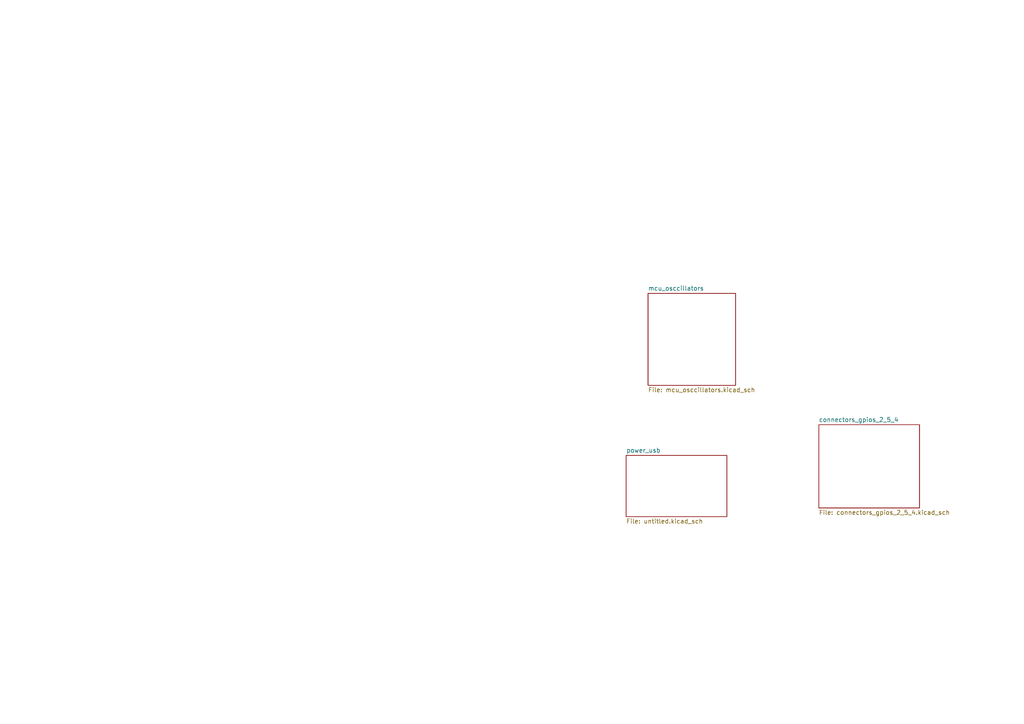
<source format=kicad_sch>
(kicad_sch
	(version 20231120)
	(generator "eeschema")
	(generator_version "8.0")
	(uuid "8c9f4ed2-db3b-402c-9437-65e91cdde455")
	(paper "A4")
	(lib_symbols)
	(sheet
		(at 181.61 132.08)
		(size 29.21 17.78)
		(fields_autoplaced yes)
		(stroke
			(width 0.1524)
			(type solid)
		)
		(fill
			(color 0 0 0 0.0000)
		)
		(uuid "183e0932-8d83-4d6e-b474-eb2ea87b66f1")
		(property "Sheetname" "power_usb"
			(at 181.61 131.3684 0)
			(effects
				(font
					(size 1.27 1.27)
				)
				(justify left bottom)
			)
		)
		(property "Sheetfile" "untitled.kicad_sch"
			(at 181.61 150.4446 0)
			(effects
				(font
					(size 1.27 1.27)
				)
				(justify left top)
			)
		)
		(instances
			(project "stm32l432kcu6_eval"
				(path "/8c9f4ed2-db3b-402c-9437-65e91cdde455"
					(page "2")
				)
			)
		)
	)
	(sheet
		(at 187.96 85.09)
		(size 25.4 26.67)
		(fields_autoplaced yes)
		(stroke
			(width 0.1524)
			(type solid)
		)
		(fill
			(color 0 0 0 0.0000)
		)
		(uuid "79b7a93d-0e3f-456f-bb72-35afe7258d3f")
		(property "Sheetname" "mcu_osccillators"
			(at 187.96 84.3784 0)
			(effects
				(font
					(size 1.27 1.27)
				)
				(justify left bottom)
			)
		)
		(property "Sheetfile" "mcu_osccillators.kicad_sch"
			(at 187.96 112.3446 0)
			(effects
				(font
					(size 1.27 1.27)
				)
				(justify left top)
			)
		)
		(instances
			(project "stm32l432kcu6_eval"
				(path "/8c9f4ed2-db3b-402c-9437-65e91cdde455"
					(page "3")
				)
			)
		)
	)
	(sheet
		(at 237.49 123.19)
		(size 29.21 24.13)
		(fields_autoplaced yes)
		(stroke
			(width 0.1524)
			(type solid)
		)
		(fill
			(color 0 0 0 0.0000)
		)
		(uuid "d780161e-b7fd-448c-b7ed-1aa3165a374c")
		(property "Sheetname" "connectors_gpios_2_5_4"
			(at 237.49 122.4784 0)
			(effects
				(font
					(size 1.27 1.27)
				)
				(justify left bottom)
			)
		)
		(property "Sheetfile" "connectors_gpios_2_5_4.kicad_sch"
			(at 237.49 147.9046 0)
			(effects
				(font
					(size 1.27 1.27)
				)
				(justify left top)
			)
		)
		(instances
			(project "stm32l432kcu6_eval"
				(path "/8c9f4ed2-db3b-402c-9437-65e91cdde455"
					(page "4")
				)
			)
		)
	)
	(sheet_instances
		(path "/"
			(page "1")
		)
	)
)

</source>
